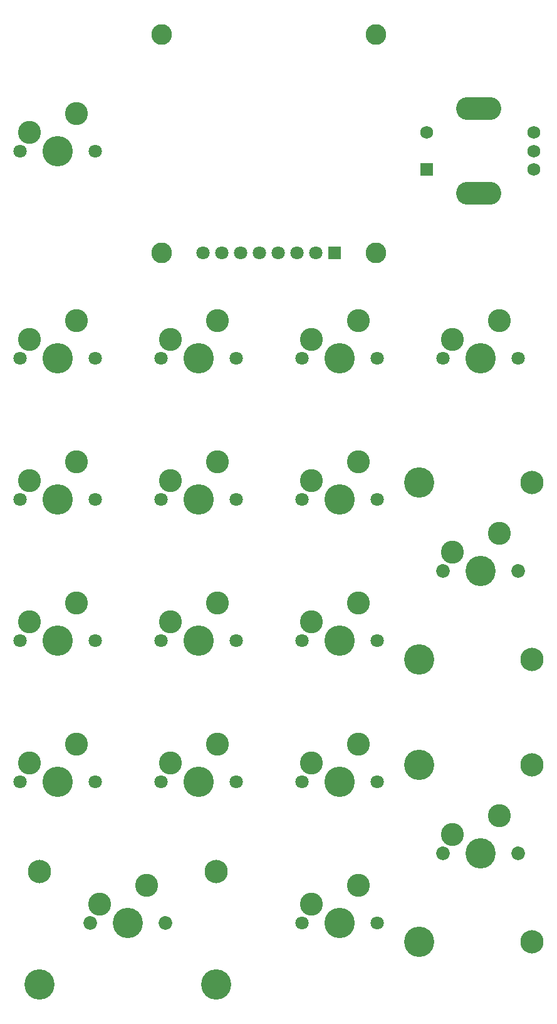
<source format=gbr>
%TF.GenerationSoftware,KiCad,Pcbnew,(5.1.6)-1*%
%TF.CreationDate,2021-03-03T01:18:26-05:00*%
%TF.ProjectId,Numpadulator,4e756d70-6164-4756-9c61-746f722e6b69,rev?*%
%TF.SameCoordinates,Original*%
%TF.FileFunction,Soldermask,Top*%
%TF.FilePolarity,Negative*%
%FSLAX46Y46*%
G04 Gerber Fmt 4.6, Leading zero omitted, Abs format (unit mm)*
G04 Created by KiCad (PCBNEW (5.1.6)-1) date 2021-03-03 01:18:26*
%MOMM*%
%LPD*%
G01*
G04 APERTURE LIST*
%ADD10C,4.087800*%
%ADD11C,3.148000*%
%ADD12C,1.850000*%
%ADD13C,3.100000*%
%ADD14C,1.800000*%
%ADD15C,4.100000*%
%ADD16O,6.100000X3.100000*%
%ADD17C,1.750000*%
%ADD18R,1.750000X1.750000*%
%ADD19R,1.800000X1.800000*%
%ADD20C,2.800000*%
G04 APERTURE END LIST*
D10*
%TO.C,MX2*%
X112395000Y-100838000D03*
X112395000Y-124714000D03*
D11*
X127635000Y-100838000D03*
X127635000Y-124714000D03*
D12*
X125730000Y-112776000D03*
X115570000Y-112776000D03*
D13*
X116840000Y-110236000D03*
D10*
X120650000Y-112776000D03*
D13*
X123190000Y-107696000D03*
%TD*%
D10*
%TO.C,MX3*%
X112395000Y-138938000D03*
X112395000Y-162814000D03*
D11*
X127635000Y-138938000D03*
X127635000Y-162814000D03*
D12*
X125730000Y-150876000D03*
X115570000Y-150876000D03*
D13*
X116840000Y-148336000D03*
D10*
X120650000Y-150876000D03*
D13*
X123190000Y-145796000D03*
%TD*%
D14*
%TO.C,SW16*%
X125730000Y-84137500D03*
X115570000Y-84137500D03*
D13*
X123190000Y-79057500D03*
X116840000Y-81597500D03*
D15*
X120650000Y-84137500D03*
%TD*%
D14*
%TO.C,SW2*%
X68580000Y-84137500D03*
X58420000Y-84137500D03*
D13*
X66040000Y-79057500D03*
X59690000Y-81597500D03*
D15*
X63500000Y-84137500D03*
%TD*%
D14*
%TO.C,SW1*%
X68580000Y-56134000D03*
X58420000Y-56134000D03*
D13*
X66040000Y-51054000D03*
X59690000Y-53594000D03*
D15*
X63500000Y-56134000D03*
%TD*%
D14*
%TO.C,SW12*%
X106680000Y-103187500D03*
X96520000Y-103187500D03*
D13*
X104140000Y-98107500D03*
X97790000Y-100647500D03*
D15*
X101600000Y-103187500D03*
%TD*%
D16*
%TO.C,SW19*%
X120396000Y-50434000D03*
X120396000Y-61834000D03*
D17*
X127896000Y-53634000D03*
X127896000Y-56134000D03*
X127896000Y-58634000D03*
X113396000Y-53634000D03*
D18*
X113396000Y-58634000D03*
%TD*%
D10*
%TO.C,MX1*%
X61087000Y-168592500D03*
X84963000Y-168592500D03*
D11*
X61087000Y-153352500D03*
X84963000Y-153352500D03*
D12*
X78105000Y-160337500D03*
X67945000Y-160337500D03*
D13*
X69215000Y-157797500D03*
D10*
X73025000Y-160337500D03*
D13*
X75565000Y-155257500D03*
%TD*%
D14*
%TO.C,SW15*%
X106680000Y-160337500D03*
X96520000Y-160337500D03*
D13*
X104140000Y-155257500D03*
X97790000Y-157797500D03*
D15*
X101600000Y-160337500D03*
%TD*%
D14*
%TO.C,SW14*%
X106680000Y-141287500D03*
X96520000Y-141287500D03*
D13*
X104140000Y-136207500D03*
X97790000Y-138747500D03*
D15*
X101600000Y-141287500D03*
%TD*%
D14*
%TO.C,SW13*%
X106680000Y-122237500D03*
X96520000Y-122237500D03*
D13*
X104140000Y-117157500D03*
X97790000Y-119697500D03*
D15*
X101600000Y-122237500D03*
%TD*%
D14*
%TO.C,SW11*%
X106680000Y-84137500D03*
X96520000Y-84137500D03*
D13*
X104140000Y-79057500D03*
X97790000Y-81597500D03*
D15*
X101600000Y-84137500D03*
%TD*%
D14*
%TO.C,SW10*%
X87630000Y-141287500D03*
X77470000Y-141287500D03*
D13*
X85090000Y-136207500D03*
X78740000Y-138747500D03*
D15*
X82550000Y-141287500D03*
%TD*%
D14*
%TO.C,SW9*%
X87630000Y-122237500D03*
X77470000Y-122237500D03*
D13*
X85090000Y-117157500D03*
X78740000Y-119697500D03*
D15*
X82550000Y-122237500D03*
%TD*%
D14*
%TO.C,SW8*%
X87630000Y-103187500D03*
X77470000Y-103187500D03*
D13*
X85090000Y-98107500D03*
X78740000Y-100647500D03*
D15*
X82550000Y-103187500D03*
%TD*%
D14*
%TO.C,SW7*%
X87630000Y-84137500D03*
X77470000Y-84137500D03*
D13*
X85090000Y-79057500D03*
X78740000Y-81597500D03*
D15*
X82550000Y-84137500D03*
%TD*%
D14*
%TO.C,SW5*%
X68580000Y-141287500D03*
X58420000Y-141287500D03*
D13*
X66040000Y-136207500D03*
X59690000Y-138747500D03*
D15*
X63500000Y-141287500D03*
%TD*%
D14*
%TO.C,SW4*%
X68580000Y-122237500D03*
X58420000Y-122237500D03*
D13*
X66040000Y-117157500D03*
X59690000Y-119697500D03*
D15*
X63500000Y-122237500D03*
%TD*%
D14*
%TO.C,SW3*%
X68580000Y-103187500D03*
X58420000Y-103187500D03*
D13*
X66040000Y-98107500D03*
X59690000Y-100647500D03*
D15*
X63500000Y-103187500D03*
%TD*%
D14*
%TO.C,U2*%
X83185000Y-69850000D03*
X85725000Y-69850000D03*
X88265000Y-69850000D03*
X90805000Y-69850000D03*
X93345000Y-69850000D03*
X95885000Y-69850000D03*
X98425000Y-69850000D03*
D19*
X100965000Y-69850000D03*
D20*
X77597000Y-69850000D03*
X106553000Y-40386000D03*
X77597000Y-40386000D03*
X106553000Y-69850000D03*
%TD*%
M02*

</source>
